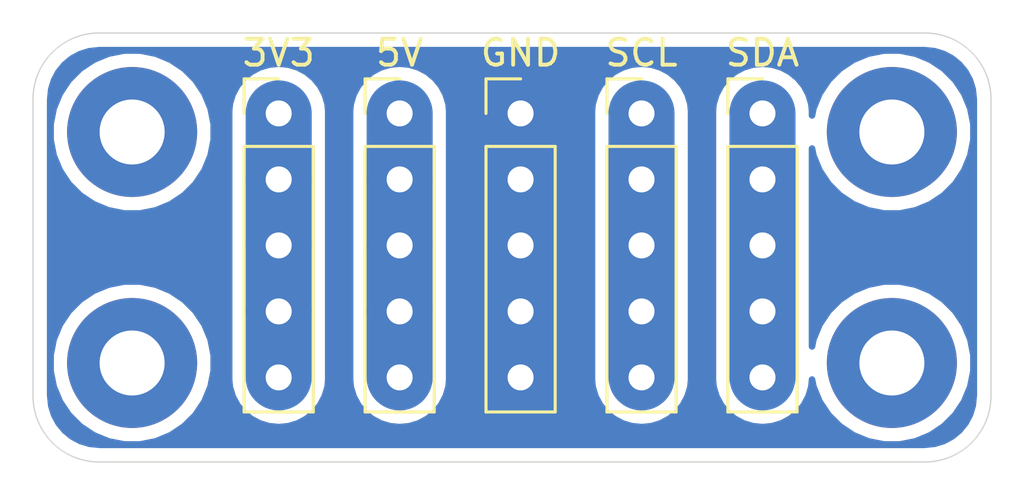
<source format=kicad_pcb>
(kicad_pcb (version 20171130) (host pcbnew "(5.1.10-1-10_14)")

  (general
    (thickness 1.6)
    (drawings 8)
    (tracks 20)
    (zones 0)
    (modules 9)
    (nets 6)
  )

  (page USLetter)
  (layers
    (0 F.Cu signal)
    (31 B.Cu signal)
    (32 B.Adhes user)
    (33 F.Adhes user)
    (34 B.Paste user)
    (35 F.Paste user)
    (36 B.SilkS user)
    (37 F.SilkS user)
    (38 B.Mask user)
    (39 F.Mask user)
    (40 Dwgs.User user)
    (41 Cmts.User user)
    (42 Eco1.User user)
    (43 Eco2.User user)
    (44 Edge.Cuts user)
    (45 Margin user)
    (46 B.CrtYd user)
    (47 F.CrtYd user)
    (48 B.Fab user)
    (49 F.Fab user)
  )

  (setup
    (last_trace_width 0.25)
    (user_trace_width 2.54)
    (trace_clearance 0.2)
    (zone_clearance 0.508)
    (zone_45_only no)
    (trace_min 0.2)
    (via_size 0.8)
    (via_drill 0.4)
    (via_min_size 0.4)
    (via_min_drill 0.3)
    (uvia_size 0.3)
    (uvia_drill 0.1)
    (uvias_allowed no)
    (uvia_min_size 0.2)
    (uvia_min_drill 0.1)
    (edge_width 0.05)
    (segment_width 0.2)
    (pcb_text_width 0.3)
    (pcb_text_size 1.5 1.5)
    (mod_edge_width 0.12)
    (mod_text_size 1 1)
    (mod_text_width 0.15)
    (pad_size 1.524 1.524)
    (pad_drill 0.762)
    (pad_to_mask_clearance 0)
    (aux_axis_origin 0 0)
    (visible_elements FFFFFF7F)
    (pcbplotparams
      (layerselection 0x010fc_ffffffff)
      (usegerberextensions false)
      (usegerberattributes true)
      (usegerberadvancedattributes true)
      (creategerberjobfile true)
      (excludeedgelayer true)
      (linewidth 0.100000)
      (plotframeref false)
      (viasonmask false)
      (mode 1)
      (useauxorigin false)
      (hpglpennumber 1)
      (hpglpenspeed 20)
      (hpglpendiameter 15.000000)
      (psnegative false)
      (psa4output false)
      (plotreference true)
      (plotvalue true)
      (plotinvisibletext false)
      (padsonsilk false)
      (subtractmaskfromsilk false)
      (outputformat 1)
      (mirror false)
      (drillshape 0)
      (scaleselection 1)
      (outputdirectory "gerber/"))
  )

  (net 0 "")
  (net 1 "Net-(3V3-Pad1)")
  (net 2 "Net-(5V1-Pad1)")
  (net 3 "Net-(GND1-Pad1)")
  (net 4 "Net-(SCL1-Pad1)")
  (net 5 "Net-(SDA1-Pad1)")

  (net_class Default "This is the default net class."
    (clearance 0.2)
    (trace_width 0.25)
    (via_dia 0.8)
    (via_drill 0.4)
    (uvia_dia 0.3)
    (uvia_drill 0.1)
    (add_net "Net-(3V3-Pad1)")
    (add_net "Net-(5V1-Pad1)")
    (add_net "Net-(GND1-Pad1)")
    (add_net "Net-(SCL1-Pad1)")
    (add_net "Net-(SDA1-Pad1)")
  )

  (module Connector_PinHeader_2.54mm:PinHeader_1x05_P2.54mm_Vertical (layer F.Cu) (tedit 59FED5CC) (tstamp 61398852)
    (at 170.715001 93.265001)
    (descr "Through hole straight pin header, 1x05, 2.54mm pitch, single row")
    (tags "Through hole pin header THT 1x05 2.54mm single row")
    (path /613984E3)
    (fp_text reference SCL (at 0 -2.33) (layer F.SilkS)
      (effects (font (size 1 1) (thickness 0.15)))
    )
    (fp_text value Conn_01x05_Male (at 0 12.49) (layer F.Fab) hide
      (effects (font (size 1 1) (thickness 0.15)))
    )
    (fp_line (start -0.635 -1.27) (end 1.27 -1.27) (layer F.Fab) (width 0.1))
    (fp_line (start 1.27 -1.27) (end 1.27 11.43) (layer F.Fab) (width 0.1))
    (fp_line (start 1.27 11.43) (end -1.27 11.43) (layer F.Fab) (width 0.1))
    (fp_line (start -1.27 11.43) (end -1.27 -0.635) (layer F.Fab) (width 0.1))
    (fp_line (start -1.27 -0.635) (end -0.635 -1.27) (layer F.Fab) (width 0.1))
    (fp_line (start -1.33 11.49) (end 1.33 11.49) (layer F.SilkS) (width 0.12))
    (fp_line (start -1.33 1.27) (end -1.33 11.49) (layer F.SilkS) (width 0.12))
    (fp_line (start 1.33 1.27) (end 1.33 11.49) (layer F.SilkS) (width 0.12))
    (fp_line (start -1.33 1.27) (end 1.33 1.27) (layer F.SilkS) (width 0.12))
    (fp_line (start -1.33 0) (end -1.33 -1.33) (layer F.SilkS) (width 0.12))
    (fp_line (start -1.33 -1.33) (end 0 -1.33) (layer F.SilkS) (width 0.12))
    (fp_line (start -1.8 -1.8) (end -1.8 11.95) (layer F.CrtYd) (width 0.05))
    (fp_line (start -1.8 11.95) (end 1.8 11.95) (layer F.CrtYd) (width 0.05))
    (fp_line (start 1.8 11.95) (end 1.8 -1.8) (layer F.CrtYd) (width 0.05))
    (fp_line (start 1.8 -1.8) (end -1.8 -1.8) (layer F.CrtYd) (width 0.05))
    (fp_text user %R (at 0 5.08 90) (layer F.Fab) hide
      (effects (font (size 1 1) (thickness 0.15)))
    )
    (pad 1 thru_hole rect (at 0 0) (size 1.7 1.7) (drill 1) (layers *.Cu *.Mask)
      (net 4 "Net-(SCL1-Pad1)"))
    (pad 2 thru_hole oval (at 0 2.54) (size 1.7 1.7) (drill 1) (layers *.Cu *.Mask)
      (net 4 "Net-(SCL1-Pad1)"))
    (pad 3 thru_hole oval (at 0 5.08) (size 1.7 1.7) (drill 1) (layers *.Cu *.Mask)
      (net 4 "Net-(SCL1-Pad1)"))
    (pad 4 thru_hole oval (at 0 7.62) (size 1.7 1.7) (drill 1) (layers *.Cu *.Mask)
      (net 4 "Net-(SCL1-Pad1)"))
    (pad 5 thru_hole oval (at 0 10.16) (size 1.7 1.7) (drill 1) (layers *.Cu *.Mask)
      (net 4 "Net-(SCL1-Pad1)"))
    (model ${KISYS3DMOD}/Connector_PinHeader_2.54mm.3dshapes/PinHeader_1x05_P2.54mm_Vertical.wrl
      (at (xyz 0 0 0))
      (scale (xyz 1 1 1))
      (rotate (xyz 0 0 0))
    )
  )

  (module Connector_PinHeader_2.54mm:PinHeader_1x05_P2.54mm_Vertical (layer F.Cu) (tedit 59FED5CC) (tstamp 6139886B)
    (at 175.365001 93.265001)
    (descr "Through hole straight pin header, 1x05, 2.54mm pitch, single row")
    (tags "Through hole pin header THT 1x05 2.54mm single row")
    (path /61397DA7)
    (fp_text reference SDA (at 0 -2.33) (layer F.SilkS)
      (effects (font (size 1 1) (thickness 0.15)))
    )
    (fp_text value Conn_01x05_Male (at 0 12.49) (layer F.Fab) hide
      (effects (font (size 1 1) (thickness 0.15)))
    )
    (fp_line (start 1.8 -1.8) (end -1.8 -1.8) (layer F.CrtYd) (width 0.05))
    (fp_line (start 1.8 11.95) (end 1.8 -1.8) (layer F.CrtYd) (width 0.05))
    (fp_line (start -1.8 11.95) (end 1.8 11.95) (layer F.CrtYd) (width 0.05))
    (fp_line (start -1.8 -1.8) (end -1.8 11.95) (layer F.CrtYd) (width 0.05))
    (fp_line (start -1.33 -1.33) (end 0 -1.33) (layer F.SilkS) (width 0.12))
    (fp_line (start -1.33 0) (end -1.33 -1.33) (layer F.SilkS) (width 0.12))
    (fp_line (start -1.33 1.27) (end 1.33 1.27) (layer F.SilkS) (width 0.12))
    (fp_line (start 1.33 1.27) (end 1.33 11.49) (layer F.SilkS) (width 0.12))
    (fp_line (start -1.33 1.27) (end -1.33 11.49) (layer F.SilkS) (width 0.12))
    (fp_line (start -1.33 11.49) (end 1.33 11.49) (layer F.SilkS) (width 0.12))
    (fp_line (start -1.27 -0.635) (end -0.635 -1.27) (layer F.Fab) (width 0.1))
    (fp_line (start -1.27 11.43) (end -1.27 -0.635) (layer F.Fab) (width 0.1))
    (fp_line (start 1.27 11.43) (end -1.27 11.43) (layer F.Fab) (width 0.1))
    (fp_line (start 1.27 -1.27) (end 1.27 11.43) (layer F.Fab) (width 0.1))
    (fp_line (start -0.635 -1.27) (end 1.27 -1.27) (layer F.Fab) (width 0.1))
    (fp_text user %R (at 0 5.08 90) (layer F.Fab) hide
      (effects (font (size 1 1) (thickness 0.15)))
    )
    (pad 5 thru_hole oval (at 0 10.16) (size 1.7 1.7) (drill 1) (layers *.Cu *.Mask)
      (net 5 "Net-(SDA1-Pad1)"))
    (pad 4 thru_hole oval (at 0 7.62) (size 1.7 1.7) (drill 1) (layers *.Cu *.Mask)
      (net 5 "Net-(SDA1-Pad1)"))
    (pad 3 thru_hole oval (at 0 5.08) (size 1.7 1.7) (drill 1) (layers *.Cu *.Mask)
      (net 5 "Net-(SDA1-Pad1)"))
    (pad 2 thru_hole oval (at 0 2.54) (size 1.7 1.7) (drill 1) (layers *.Cu *.Mask)
      (net 5 "Net-(SDA1-Pad1)"))
    (pad 1 thru_hole rect (at 0 0) (size 1.7 1.7) (drill 1) (layers *.Cu *.Mask)
      (net 5 "Net-(SDA1-Pad1)"))
    (model ${KISYS3DMOD}/Connector_PinHeader_2.54mm.3dshapes/PinHeader_1x05_P2.54mm_Vertical.wrl
      (at (xyz 0 0 0))
      (scale (xyz 1 1 1))
      (rotate (xyz 0 0 0))
    )
  )

  (module MountingHole:MountingHole_2.5mm_Pad (layer F.Cu) (tedit 56D1B4CB) (tstamp 61398B0D)
    (at 151.13 93.98)
    (descr "Mounting Hole 2.5mm")
    (tags "mounting hole 2.5mm")
    (attr virtual)
    (fp_text reference REF** (at 0 -3.5) (layer F.SilkS) hide
      (effects (font (size 1 1) (thickness 0.15)))
    )
    (fp_text value MountingHole_2.5mm_Pad (at 19.05 -1.27) (layer F.Fab) hide
      (effects (font (size 1 1) (thickness 0.15)))
    )
    (fp_circle (center 0 0) (end 2.5 0) (layer Cmts.User) (width 0.15))
    (fp_circle (center 0 0) (end 2.75 0) (layer F.CrtYd) (width 0.05))
    (fp_text user %R (at 0.3 0) (layer F.Fab) hide
      (effects (font (size 1 1) (thickness 0.15)))
    )
    (pad 1 thru_hole circle (at 0 0) (size 5 5) (drill 2.5) (layers *.Cu *.Mask))
  )

  (module MountingHole:MountingHole_2.5mm_Pad (layer F.Cu) (tedit 56D1B4CB) (tstamp 61398AC9)
    (at 151.13 102.87)
    (descr "Mounting Hole 2.5mm")
    (tags "mounting hole 2.5mm")
    (attr virtual)
    (fp_text reference REF** (at 0 -3.5) (layer F.SilkS) hide
      (effects (font (size 1 1) (thickness 0.15)))
    )
    (fp_text value MountingHole_2.5mm_Pad (at 19.05 -1.27) (layer F.Fab) hide
      (effects (font (size 1 1) (thickness 0.15)))
    )
    (fp_circle (center 0 0) (end 2.75 0) (layer F.CrtYd) (width 0.05))
    (fp_circle (center 0 0) (end 2.5 0) (layer Cmts.User) (width 0.15))
    (fp_text user %R (at 0.3 0) (layer F.Fab) hide
      (effects (font (size 1 1) (thickness 0.15)))
    )
    (pad 1 thru_hole circle (at 0 0) (size 5 5) (drill 2.5) (layers *.Cu *.Mask))
  )

  (module MountingHole:MountingHole_2.5mm_Pad (layer F.Cu) (tedit 56D1B4CB) (tstamp 61398ABB)
    (at 180.34 102.87)
    (descr "Mounting Hole 2.5mm")
    (tags "mounting hole 2.5mm")
    (attr virtual)
    (fp_text reference REF** (at 0 -3.5) (layer F.SilkS) hide
      (effects (font (size 1 1) (thickness 0.15)))
    )
    (fp_text value MountingHole_2.5mm_Pad (at 19.05 -1.27) (layer F.Fab) hide
      (effects (font (size 1 1) (thickness 0.15)))
    )
    (fp_circle (center 0 0) (end 2.5 0) (layer Cmts.User) (width 0.15))
    (fp_circle (center 0 0) (end 2.75 0) (layer F.CrtYd) (width 0.05))
    (fp_text user %R (at 0.3 0) (layer F.Fab) hide
      (effects (font (size 1 1) (thickness 0.15)))
    )
    (pad 1 thru_hole circle (at 0 0) (size 5 5) (drill 2.5) (layers *.Cu *.Mask))
  )

  (module MountingHole:MountingHole_2.5mm_Pad (layer F.Cu) (tedit 56D1B4CB) (tstamp 61398A3A)
    (at 180.34 93.98)
    (descr "Mounting Hole 2.5mm")
    (tags "mounting hole 2.5mm")
    (attr virtual)
    (fp_text reference REF** (at 0 -3.5) (layer F.SilkS) hide
      (effects (font (size 1 1) (thickness 0.15)))
    )
    (fp_text value MountingHole_2.5mm_Pad (at 19.05 -1.27) (layer F.Fab) hide
      (effects (font (size 1 1) (thickness 0.15)))
    )
    (fp_circle (center 0 0) (end 2.75 0) (layer F.CrtYd) (width 0.05))
    (fp_circle (center 0 0) (end 2.5 0) (layer Cmts.User) (width 0.15))
    (fp_text user %R (at 0.3 0) (layer F.Fab) hide
      (effects (font (size 1 1) (thickness 0.15)))
    )
    (pad 1 thru_hole circle (at 0 0) (size 5 5) (drill 2.5) (layers *.Cu *.Mask))
  )

  (module Connector_PinHeader_2.54mm:PinHeader_1x05_P2.54mm_Vertical (layer F.Cu) (tedit 59FED5CC) (tstamp 61398807)
    (at 156.765001 93.265001)
    (descr "Through hole straight pin header, 1x05, 2.54mm pitch, single row")
    (tags "Through hole pin header THT 1x05 2.54mm single row")
    (path /61397902)
    (fp_text reference 3V3 (at 0 -2.33) (layer F.SilkS)
      (effects (font (size 1 1) (thickness 0.15)))
    )
    (fp_text value Conn_01x05_Male (at 0 12.49) (layer F.Fab) hide
      (effects (font (size 1 1) (thickness 0.15)))
    )
    (fp_line (start 1.8 -1.8) (end -1.8 -1.8) (layer F.CrtYd) (width 0.05))
    (fp_line (start 1.8 11.95) (end 1.8 -1.8) (layer F.CrtYd) (width 0.05))
    (fp_line (start -1.8 11.95) (end 1.8 11.95) (layer F.CrtYd) (width 0.05))
    (fp_line (start -1.8 -1.8) (end -1.8 11.95) (layer F.CrtYd) (width 0.05))
    (fp_line (start -1.33 -1.33) (end 0 -1.33) (layer F.SilkS) (width 0.12))
    (fp_line (start -1.33 0) (end -1.33 -1.33) (layer F.SilkS) (width 0.12))
    (fp_line (start -1.33 1.27) (end 1.33 1.27) (layer F.SilkS) (width 0.12))
    (fp_line (start 1.33 1.27) (end 1.33 11.49) (layer F.SilkS) (width 0.12))
    (fp_line (start -1.33 1.27) (end -1.33 11.49) (layer F.SilkS) (width 0.12))
    (fp_line (start -1.33 11.49) (end 1.33 11.49) (layer F.SilkS) (width 0.12))
    (fp_line (start -1.27 -0.635) (end -0.635 -1.27) (layer F.Fab) (width 0.1))
    (fp_line (start -1.27 11.43) (end -1.27 -0.635) (layer F.Fab) (width 0.1))
    (fp_line (start 1.27 11.43) (end -1.27 11.43) (layer F.Fab) (width 0.1))
    (fp_line (start 1.27 -1.27) (end 1.27 11.43) (layer F.Fab) (width 0.1))
    (fp_line (start -0.635 -1.27) (end 1.27 -1.27) (layer F.Fab) (width 0.1))
    (fp_text user %R (at 0 5.08 90) (layer F.Fab) hide
      (effects (font (size 1 1) (thickness 0.15)))
    )
    (pad 5 thru_hole oval (at 0 10.16) (size 1.7 1.7) (drill 1) (layers *.Cu *.Mask)
      (net 1 "Net-(3V3-Pad1)"))
    (pad 4 thru_hole oval (at 0 7.62) (size 1.7 1.7) (drill 1) (layers *.Cu *.Mask)
      (net 1 "Net-(3V3-Pad1)"))
    (pad 3 thru_hole oval (at 0 5.08) (size 1.7 1.7) (drill 1) (layers *.Cu *.Mask)
      (net 1 "Net-(3V3-Pad1)"))
    (pad 2 thru_hole oval (at 0 2.54) (size 1.7 1.7) (drill 1) (layers *.Cu *.Mask)
      (net 1 "Net-(3V3-Pad1)"))
    (pad 1 thru_hole rect (at 0 0) (size 1.7 1.7) (drill 1) (layers *.Cu *.Mask)
      (net 1 "Net-(3V3-Pad1)"))
    (model ${KISYS3DMOD}/Connector_PinHeader_2.54mm.3dshapes/PinHeader_1x05_P2.54mm_Vertical.wrl
      (at (xyz 0 0 0))
      (scale (xyz 1 1 1))
      (rotate (xyz 0 0 0))
    )
  )

  (module Connector_PinHeader_2.54mm:PinHeader_1x05_P2.54mm_Vertical (layer F.Cu) (tedit 59FED5CC) (tstamp 61398820)
    (at 161.415001 93.265001)
    (descr "Through hole straight pin header, 1x05, 2.54mm pitch, single row")
    (tags "Through hole pin header THT 1x05 2.54mm single row")
    (path /6139249A)
    (fp_text reference 5V (at 0 -2.33) (layer F.SilkS)
      (effects (font (size 1 1) (thickness 0.15)))
    )
    (fp_text value Conn_01x05_Male (at 0 12.49) (layer F.Fab) hide
      (effects (font (size 1 1) (thickness 0.15)))
    )
    (fp_line (start -0.635 -1.27) (end 1.27 -1.27) (layer F.Fab) (width 0.1))
    (fp_line (start 1.27 -1.27) (end 1.27 11.43) (layer F.Fab) (width 0.1))
    (fp_line (start 1.27 11.43) (end -1.27 11.43) (layer F.Fab) (width 0.1))
    (fp_line (start -1.27 11.43) (end -1.27 -0.635) (layer F.Fab) (width 0.1))
    (fp_line (start -1.27 -0.635) (end -0.635 -1.27) (layer F.Fab) (width 0.1))
    (fp_line (start -1.33 11.49) (end 1.33 11.49) (layer F.SilkS) (width 0.12))
    (fp_line (start -1.33 1.27) (end -1.33 11.49) (layer F.SilkS) (width 0.12))
    (fp_line (start 1.33 1.27) (end 1.33 11.49) (layer F.SilkS) (width 0.12))
    (fp_line (start -1.33 1.27) (end 1.33 1.27) (layer F.SilkS) (width 0.12))
    (fp_line (start -1.33 0) (end -1.33 -1.33) (layer F.SilkS) (width 0.12))
    (fp_line (start -1.33 -1.33) (end 0 -1.33) (layer F.SilkS) (width 0.12))
    (fp_line (start -1.8 -1.8) (end -1.8 11.95) (layer F.CrtYd) (width 0.05))
    (fp_line (start -1.8 11.95) (end 1.8 11.95) (layer F.CrtYd) (width 0.05))
    (fp_line (start 1.8 11.95) (end 1.8 -1.8) (layer F.CrtYd) (width 0.05))
    (fp_line (start 1.8 -1.8) (end -1.8 -1.8) (layer F.CrtYd) (width 0.05))
    (fp_text user %R (at 0 5.08 90) (layer F.Fab) hide
      (effects (font (size 1 1) (thickness 0.15)))
    )
    (pad 1 thru_hole rect (at 0 0) (size 1.7 1.7) (drill 1) (layers *.Cu *.Mask)
      (net 2 "Net-(5V1-Pad1)"))
    (pad 2 thru_hole oval (at 0 2.54) (size 1.7 1.7) (drill 1) (layers *.Cu *.Mask)
      (net 2 "Net-(5V1-Pad1)"))
    (pad 3 thru_hole oval (at 0 5.08) (size 1.7 1.7) (drill 1) (layers *.Cu *.Mask)
      (net 2 "Net-(5V1-Pad1)"))
    (pad 4 thru_hole oval (at 0 7.62) (size 1.7 1.7) (drill 1) (layers *.Cu *.Mask)
      (net 2 "Net-(5V1-Pad1)"))
    (pad 5 thru_hole oval (at 0 10.16) (size 1.7 1.7) (drill 1) (layers *.Cu *.Mask)
      (net 2 "Net-(5V1-Pad1)"))
    (model ${KISYS3DMOD}/Connector_PinHeader_2.54mm.3dshapes/PinHeader_1x05_P2.54mm_Vertical.wrl
      (at (xyz 0 0 0))
      (scale (xyz 1 1 1))
      (rotate (xyz 0 0 0))
    )
  )

  (module Connector_PinHeader_2.54mm:PinHeader_1x05_P2.54mm_Vertical (layer F.Cu) (tedit 59FED5CC) (tstamp 61398839)
    (at 166.065001 93.265001)
    (descr "Through hole straight pin header, 1x05, 2.54mm pitch, single row")
    (tags "Through hole pin header THT 1x05 2.54mm single row")
    (path /61397CC9)
    (fp_text reference GND (at 0 -2.33) (layer F.SilkS)
      (effects (font (size 1 1) (thickness 0.15)))
    )
    (fp_text value Conn_01x05_Male (at 0 12.49) (layer F.Fab) hide
      (effects (font (size 1 1) (thickness 0.15)))
    )
    (fp_line (start -0.635 -1.27) (end 1.27 -1.27) (layer F.Fab) (width 0.1))
    (fp_line (start 1.27 -1.27) (end 1.27 11.43) (layer F.Fab) (width 0.1))
    (fp_line (start 1.27 11.43) (end -1.27 11.43) (layer F.Fab) (width 0.1))
    (fp_line (start -1.27 11.43) (end -1.27 -0.635) (layer F.Fab) (width 0.1))
    (fp_line (start -1.27 -0.635) (end -0.635 -1.27) (layer F.Fab) (width 0.1))
    (fp_line (start -1.33 11.49) (end 1.33 11.49) (layer F.SilkS) (width 0.12))
    (fp_line (start -1.33 1.27) (end -1.33 11.49) (layer F.SilkS) (width 0.12))
    (fp_line (start 1.33 1.27) (end 1.33 11.49) (layer F.SilkS) (width 0.12))
    (fp_line (start -1.33 1.27) (end 1.33 1.27) (layer F.SilkS) (width 0.12))
    (fp_line (start -1.33 0) (end -1.33 -1.33) (layer F.SilkS) (width 0.12))
    (fp_line (start -1.33 -1.33) (end 0 -1.33) (layer F.SilkS) (width 0.12))
    (fp_line (start -1.8 -1.8) (end -1.8 11.95) (layer F.CrtYd) (width 0.05))
    (fp_line (start -1.8 11.95) (end 1.8 11.95) (layer F.CrtYd) (width 0.05))
    (fp_line (start 1.8 11.95) (end 1.8 -1.8) (layer F.CrtYd) (width 0.05))
    (fp_line (start 1.8 -1.8) (end -1.8 -1.8) (layer F.CrtYd) (width 0.05))
    (fp_text user %R (at 0 5.08 90) (layer F.Fab) hide
      (effects (font (size 1 1) (thickness 0.15)))
    )
    (pad 1 thru_hole rect (at 0 0) (size 1.7 1.7) (drill 1) (layers *.Cu *.Mask)
      (net 3 "Net-(GND1-Pad1)"))
    (pad 2 thru_hole oval (at 0 2.54) (size 1.7 1.7) (drill 1) (layers *.Cu *.Mask)
      (net 3 "Net-(GND1-Pad1)"))
    (pad 3 thru_hole oval (at 0 5.08) (size 1.7 1.7) (drill 1) (layers *.Cu *.Mask)
      (net 3 "Net-(GND1-Pad1)"))
    (pad 4 thru_hole oval (at 0 7.62) (size 1.7 1.7) (drill 1) (layers *.Cu *.Mask)
      (net 3 "Net-(GND1-Pad1)"))
    (pad 5 thru_hole oval (at 0 10.16) (size 1.7 1.7) (drill 1) (layers *.Cu *.Mask)
      (net 3 "Net-(GND1-Pad1)"))
    (model ${KISYS3DMOD}/Connector_PinHeader_2.54mm.3dshapes/PinHeader_1x05_P2.54mm_Vertical.wrl
      (at (xyz 0 0 0))
      (scale (xyz 1 1 1))
      (rotate (xyz 0 0 0))
    )
  )

  (gr_line (start 147.32 92.71) (end 147.32 104.14) (layer Edge.Cuts) (width 0.05) (tstamp 61398960))
  (gr_line (start 184.15 92.71) (end 184.15 104.14) (layer Edge.Cuts) (width 0.05) (tstamp 6139895F))
  (gr_arc (start 181.61 104.14) (end 181.61 106.68) (angle -90) (layer Edge.Cuts) (width 0.05))
  (gr_arc (start 181.61 92.71) (end 184.15 92.71) (angle -90) (layer Edge.Cuts) (width 0.05))
  (gr_arc (start 149.86 104.14) (end 147.32 104.14) (angle -90) (layer Edge.Cuts) (width 0.05))
  (gr_arc (start 149.86 92.71) (end 149.86 90.17) (angle -90) (layer Edge.Cuts) (width 0.05))
  (gr_line (start 149.86 106.68) (end 181.61 106.68) (layer Edge.Cuts) (width 0.05) (tstamp 6139895D))
  (gr_line (start 149.86 90.17) (end 181.61 90.17) (layer Edge.Cuts) (width 0.05))

  (segment (start 156.765001 93.265001) (end 156.765001 95.805001) (width 2.54) (layer B.Cu) (net 1))
  (segment (start 156.765001 95.805001) (end 156.765001 98.345001) (width 2.54) (layer B.Cu) (net 1))
  (segment (start 156.765001 98.345001) (end 156.765001 100.885001) (width 2.54) (layer B.Cu) (net 1))
  (segment (start 156.765001 100.885001) (end 156.765001 103.425001) (width 2.54) (layer B.Cu) (net 1))
  (segment (start 161.415001 93.265001) (end 161.415001 95.805001) (width 2.54) (layer B.Cu) (net 2))
  (segment (start 161.415001 95.805001) (end 161.415001 98.345001) (width 2.54) (layer B.Cu) (net 2))
  (segment (start 161.415001 98.345001) (end 161.415001 100.885001) (width 2.54) (layer B.Cu) (net 2))
  (segment (start 161.415001 100.885001) (end 161.415001 103.425001) (width 2.54) (layer B.Cu) (net 2))
  (segment (start 166.065001 93.265001) (end 166.065001 95.805001) (width 2.54) (layer B.Cu) (net 3))
  (segment (start 166.065001 95.805001) (end 166.065001 98.345001) (width 2.54) (layer B.Cu) (net 3))
  (segment (start 166.065001 98.345001) (end 166.065001 100.885001) (width 2.54) (layer B.Cu) (net 3))
  (segment (start 166.065001 100.885001) (end 166.065001 103.425001) (width 2.54) (layer B.Cu) (net 3))
  (segment (start 170.715001 93.265001) (end 170.715001 95.805001) (width 2.54) (layer B.Cu) (net 4))
  (segment (start 170.715001 95.805001) (end 170.715001 98.345001) (width 2.54) (layer B.Cu) (net 4))
  (segment (start 170.715001 98.345001) (end 170.715001 100.885001) (width 2.54) (layer B.Cu) (net 4))
  (segment (start 170.715001 100.885001) (end 170.715001 103.425001) (width 2.54) (layer B.Cu) (net 4))
  (segment (start 175.365001 93.265001) (end 175.365001 95.805001) (width 2.54) (layer B.Cu) (net 5))
  (segment (start 175.365001 95.805001) (end 175.365001 98.345001) (width 2.54) (layer B.Cu) (net 5))
  (segment (start 175.365001 98.345001) (end 175.365001 100.885001) (width 2.54) (layer B.Cu) (net 5))
  (segment (start 175.365001 100.885001) (end 175.365001 103.425001) (width 2.54) (layer B.Cu) (net 5))

  (zone (net 3) (net_name "Net-(GND1-Pad1)") (layer B.Cu) (tstamp 6139918A) (hatch edge 0.508)
    (connect_pads yes (clearance 0.508))
    (min_thickness 0.254)
    (fill yes (arc_segments 32) (thermal_gap 0.508) (thermal_bridge_width 0.508) (smoothing fillet))
    (polygon
      (pts
        (xy 185.42 107.95) (xy 146.05 107.95) (xy 146.05 88.9) (xy 185.42 88.9)
      )
    )
    (filled_polygon
      (pts
        (xy 181.974545 90.868909) (xy 182.325208 90.97478) (xy 182.648625 91.146744) (xy 182.932484 91.378254) (xy 183.165965 91.660486)
        (xy 183.340183 91.982695) (xy 183.448502 92.332614) (xy 183.49 92.727443) (xy 183.490001 104.107711) (xy 183.451091 104.504545)
        (xy 183.34522 104.855206) (xy 183.173257 105.178623) (xy 182.941748 105.462482) (xy 182.659514 105.695965) (xy 182.337304 105.870184)
        (xy 181.987385 105.978502) (xy 181.592557 106.02) (xy 149.892279 106.02) (xy 149.495455 105.981091) (xy 149.144794 105.87522)
        (xy 148.821377 105.703257) (xy 148.537518 105.471748) (xy 148.304035 105.189514) (xy 148.129816 104.867304) (xy 148.021498 104.517385)
        (xy 147.98 104.122557) (xy 147.98 102.561229) (xy 147.995 102.561229) (xy 147.995 103.178771) (xy 148.115476 103.784446)
        (xy 148.351799 104.354979) (xy 148.694886 104.868446) (xy 149.131554 105.305114) (xy 149.645021 105.648201) (xy 150.215554 105.884524)
        (xy 150.821229 106.005) (xy 151.438771 106.005) (xy 152.044446 105.884524) (xy 152.614979 105.648201) (xy 153.128446 105.305114)
        (xy 153.565114 104.868446) (xy 153.908201 104.354979) (xy 154.144524 103.784446) (xy 154.265 103.178771) (xy 154.265 102.561229)
        (xy 154.144524 101.955554) (xy 153.908201 101.385021) (xy 153.565114 100.871554) (xy 153.128446 100.434886) (xy 152.614979 100.091799)
        (xy 152.044446 99.855476) (xy 151.438771 99.735) (xy 150.821229 99.735) (xy 150.215554 99.855476) (xy 149.645021 100.091799)
        (xy 149.131554 100.434886) (xy 148.694886 100.871554) (xy 148.351799 101.385021) (xy 148.115476 101.955554) (xy 147.995 102.561229)
        (xy 147.98 102.561229) (xy 147.98 93.671229) (xy 147.995 93.671229) (xy 147.995 94.288771) (xy 148.115476 94.894446)
        (xy 148.351799 95.464979) (xy 148.694886 95.978446) (xy 149.131554 96.415114) (xy 149.645021 96.758201) (xy 150.215554 96.994524)
        (xy 150.821229 97.115) (xy 151.438771 97.115) (xy 152.044446 96.994524) (xy 152.614979 96.758201) (xy 153.128446 96.415114)
        (xy 153.565114 95.978446) (xy 153.908201 95.464979) (xy 154.144524 94.894446) (xy 154.265 94.288771) (xy 154.265 93.671229)
        (xy 154.165583 93.17142) (xy 154.860001 93.17142) (xy 154.860002 95.711411) (xy 154.860001 95.71142) (xy 154.860002 98.251411)
        (xy 154.860001 98.25142) (xy 154.860002 100.791411) (xy 154.860001 100.79142) (xy 154.860002 103.518583) (xy 154.887566 103.798446)
        (xy 154.996496 104.15754) (xy 155.173389 104.488483) (xy 155.411446 104.778557) (xy 155.70152 105.016614) (xy 156.032463 105.193507)
        (xy 156.391557 105.302437) (xy 156.765001 105.339218) (xy 157.138446 105.302437) (xy 157.49754 105.193507) (xy 157.828483 105.016614)
        (xy 158.118557 104.778557) (xy 158.356614 104.488483) (xy 158.533507 104.15754) (xy 158.642437 103.798446) (xy 158.670001 103.518583)
        (xy 158.670001 93.17142) (xy 159.510001 93.17142) (xy 159.510002 95.711411) (xy 159.510001 95.71142) (xy 159.510002 98.251411)
        (xy 159.510001 98.25142) (xy 159.510002 100.791411) (xy 159.510001 100.79142) (xy 159.510002 103.518583) (xy 159.537566 103.798446)
        (xy 159.646496 104.15754) (xy 159.823389 104.488483) (xy 160.061446 104.778557) (xy 160.35152 105.016614) (xy 160.682463 105.193507)
        (xy 161.041557 105.302437) (xy 161.415001 105.339218) (xy 161.788446 105.302437) (xy 162.14754 105.193507) (xy 162.478483 105.016614)
        (xy 162.768557 104.778557) (xy 163.006614 104.488483) (xy 163.183507 104.15754) (xy 163.292437 103.798446) (xy 163.320001 103.518583)
        (xy 163.320001 93.17142) (xy 168.810001 93.17142) (xy 168.810002 95.711411) (xy 168.810001 95.71142) (xy 168.810002 98.251411)
        (xy 168.810001 98.25142) (xy 168.810002 100.791411) (xy 168.810001 100.79142) (xy 168.810002 103.518583) (xy 168.837566 103.798446)
        (xy 168.946496 104.15754) (xy 169.123389 104.488483) (xy 169.361446 104.778557) (xy 169.65152 105.016614) (xy 169.982463 105.193507)
        (xy 170.341557 105.302437) (xy 170.715001 105.339218) (xy 171.088446 105.302437) (xy 171.44754 105.193507) (xy 171.778483 105.016614)
        (xy 172.068557 104.778557) (xy 172.306614 104.488483) (xy 172.483507 104.15754) (xy 172.592437 103.798446) (xy 172.620001 103.518583)
        (xy 172.620001 93.17142) (xy 173.460001 93.17142) (xy 173.460002 95.711411) (xy 173.460001 95.71142) (xy 173.460002 98.251411)
        (xy 173.460001 98.25142) (xy 173.460002 100.791411) (xy 173.460001 100.79142) (xy 173.460002 103.518583) (xy 173.487566 103.798446)
        (xy 173.596496 104.15754) (xy 173.773389 104.488483) (xy 174.011446 104.778557) (xy 174.30152 105.016614) (xy 174.632463 105.193507)
        (xy 174.991557 105.302437) (xy 175.365001 105.339218) (xy 175.738446 105.302437) (xy 176.09754 105.193507) (xy 176.428483 105.016614)
        (xy 176.718557 104.778557) (xy 176.956614 104.488483) (xy 177.133507 104.15754) (xy 177.242437 103.798446) (xy 177.270001 103.518583)
        (xy 177.270001 103.505554) (xy 177.325476 103.784446) (xy 177.561799 104.354979) (xy 177.904886 104.868446) (xy 178.341554 105.305114)
        (xy 178.855021 105.648201) (xy 179.425554 105.884524) (xy 180.031229 106.005) (xy 180.648771 106.005) (xy 181.254446 105.884524)
        (xy 181.824979 105.648201) (xy 182.338446 105.305114) (xy 182.775114 104.868446) (xy 183.118201 104.354979) (xy 183.354524 103.784446)
        (xy 183.475 103.178771) (xy 183.475 102.561229) (xy 183.354524 101.955554) (xy 183.118201 101.385021) (xy 182.775114 100.871554)
        (xy 182.338446 100.434886) (xy 181.824979 100.091799) (xy 181.254446 99.855476) (xy 180.648771 99.735) (xy 180.031229 99.735)
        (xy 179.425554 99.855476) (xy 178.855021 100.091799) (xy 178.341554 100.434886) (xy 177.904886 100.871554) (xy 177.561799 101.385021)
        (xy 177.325476 101.955554) (xy 177.270001 102.234446) (xy 177.270001 94.615554) (xy 177.325476 94.894446) (xy 177.561799 95.464979)
        (xy 177.904886 95.978446) (xy 178.341554 96.415114) (xy 178.855021 96.758201) (xy 179.425554 96.994524) (xy 180.031229 97.115)
        (xy 180.648771 97.115) (xy 181.254446 96.994524) (xy 181.824979 96.758201) (xy 182.338446 96.415114) (xy 182.775114 95.978446)
        (xy 183.118201 95.464979) (xy 183.354524 94.894446) (xy 183.475 94.288771) (xy 183.475 93.671229) (xy 183.354524 93.065554)
        (xy 183.118201 92.495021) (xy 182.775114 91.981554) (xy 182.338446 91.544886) (xy 181.824979 91.201799) (xy 181.254446 90.965476)
        (xy 180.648771 90.845) (xy 180.031229 90.845) (xy 179.425554 90.965476) (xy 178.855021 91.201799) (xy 178.341554 91.544886)
        (xy 177.904886 91.981554) (xy 177.561799 92.495021) (xy 177.325476 93.065554) (xy 177.270001 93.344446) (xy 177.270001 93.171419)
        (xy 177.242437 92.891556) (xy 177.133507 92.532462) (xy 176.956614 92.201519) (xy 176.718557 91.911445) (xy 176.428483 91.673388)
        (xy 176.097539 91.496495) (xy 175.738445 91.387565) (xy 175.365001 91.350784) (xy 174.991556 91.387565) (xy 174.632462 91.496495)
        (xy 174.301519 91.673388) (xy 174.011445 91.911445) (xy 173.773388 92.201519) (xy 173.596495 92.532463) (xy 173.487565 92.891557)
        (xy 173.460001 93.17142) (xy 172.620001 93.17142) (xy 172.620001 93.171419) (xy 172.592437 92.891556) (xy 172.483507 92.532462)
        (xy 172.306614 92.201519) (xy 172.068557 91.911445) (xy 171.778483 91.673388) (xy 171.447539 91.496495) (xy 171.088445 91.387565)
        (xy 170.715001 91.350784) (xy 170.341556 91.387565) (xy 169.982462 91.496495) (xy 169.651519 91.673388) (xy 169.361445 91.911445)
        (xy 169.123388 92.201519) (xy 168.946495 92.532463) (xy 168.837565 92.891557) (xy 168.810001 93.17142) (xy 163.320001 93.17142)
        (xy 163.320001 93.171419) (xy 163.292437 92.891556) (xy 163.183507 92.532462) (xy 163.006614 92.201519) (xy 162.768557 91.911445)
        (xy 162.478483 91.673388) (xy 162.147539 91.496495) (xy 161.788445 91.387565) (xy 161.415001 91.350784) (xy 161.041556 91.387565)
        (xy 160.682462 91.496495) (xy 160.351519 91.673388) (xy 160.061445 91.911445) (xy 159.823388 92.201519) (xy 159.646495 92.532463)
        (xy 159.537565 92.891557) (xy 159.510001 93.17142) (xy 158.670001 93.17142) (xy 158.670001 93.171419) (xy 158.642437 92.891556)
        (xy 158.533507 92.532462) (xy 158.356614 92.201519) (xy 158.118557 91.911445) (xy 157.828483 91.673388) (xy 157.497539 91.496495)
        (xy 157.138445 91.387565) (xy 156.765001 91.350784) (xy 156.391556 91.387565) (xy 156.032462 91.496495) (xy 155.701519 91.673388)
        (xy 155.411445 91.911445) (xy 155.173388 92.201519) (xy 154.996495 92.532463) (xy 154.887565 92.891557) (xy 154.860001 93.17142)
        (xy 154.165583 93.17142) (xy 154.144524 93.065554) (xy 153.908201 92.495021) (xy 153.565114 91.981554) (xy 153.128446 91.544886)
        (xy 152.614979 91.201799) (xy 152.044446 90.965476) (xy 151.438771 90.845) (xy 150.821229 90.845) (xy 150.215554 90.965476)
        (xy 149.645021 91.201799) (xy 149.131554 91.544886) (xy 148.694886 91.981554) (xy 148.351799 92.495021) (xy 148.115476 93.065554)
        (xy 147.995 93.671229) (xy 147.98 93.671229) (xy 147.98 92.742279) (xy 148.018909 92.345455) (xy 148.12478 91.994792)
        (xy 148.296744 91.671375) (xy 148.528254 91.387516) (xy 148.810486 91.154035) (xy 149.132695 90.979817) (xy 149.482614 90.871498)
        (xy 149.877443 90.83) (xy 181.577721 90.83)
      )
    )
  )
)

</source>
